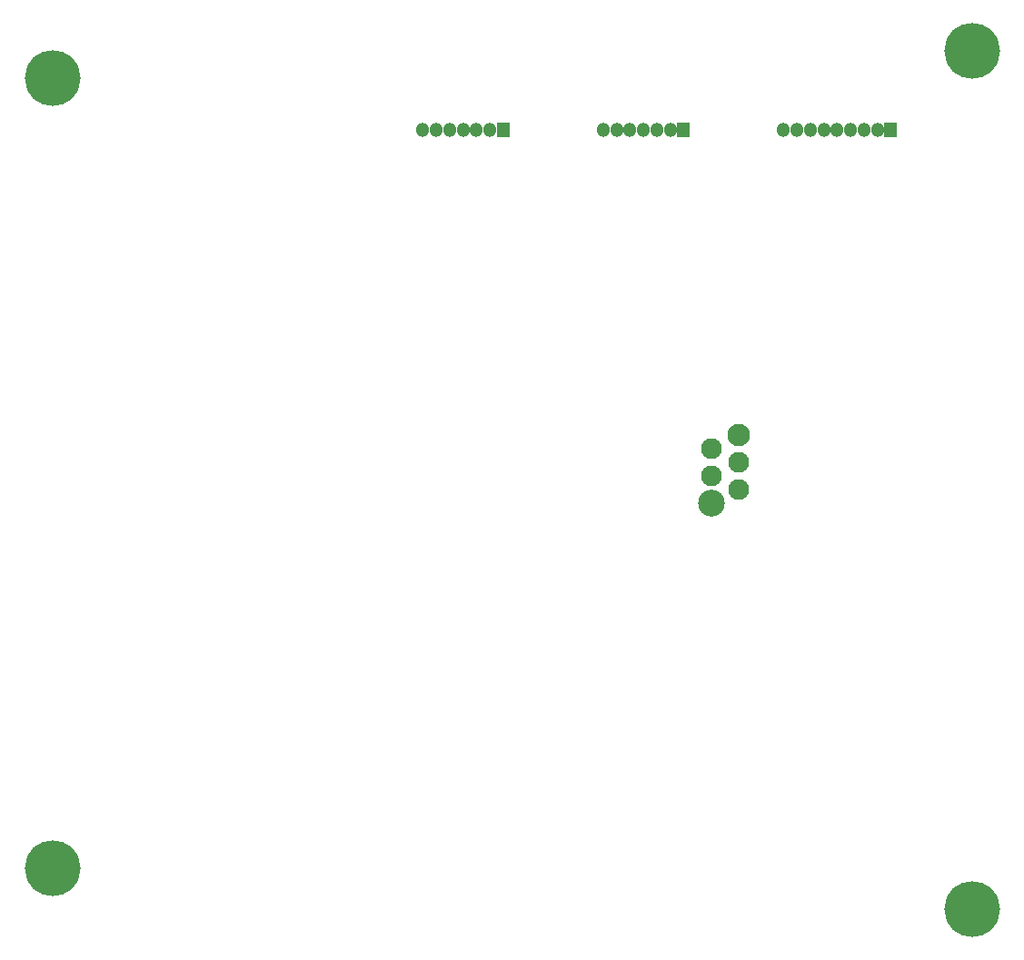
<source format=gbs>
G04 DipTrace 3.2.0.1*
G04 SiC_V3_BM.GBS*
%MOMM*%
G04 #@! TF.FileFunction,Soldermask,Bot*
G04 #@! TF.Part,Single*
%ADD78C,2.1*%
%ADD79C,2.5*%
%ADD90C,5.2*%
%ADD114C,1.95*%
%ADD139O,1.25X1.35*%
%ADD143R,1.25X1.35*%
%FSLAX35Y35*%
G04*
G71*
G90*
G75*
G01*
G04 BotMask*
%LPD*%
D143*
X7391000Y8775000D3*
D139*
X7266000D3*
X7141000D3*
X7016000D3*
X6891000D3*
X6766000D3*
X6641000D3*
D143*
X5711000D3*
D139*
X5586000D3*
X5461000D3*
X5336000D3*
X5211000D3*
X5086000D3*
X4961000D3*
D143*
X9321000D3*
D139*
X9196000D3*
X9071000D3*
X8946000D3*
X8821000D3*
X8696000D3*
X8571000D3*
X8446000D3*
X8321000D3*
D114*
X7905020Y5674773D3*
Y5420773D3*
X7651020Y5797773D3*
Y5543773D3*
D78*
X7905020Y5924773D3*
D79*
X7651020Y5297773D3*
D90*
X10080000Y9509000D3*
X1508000Y9255000D3*
Y1889000D3*
X10080000Y1508000D3*
M02*

</source>
